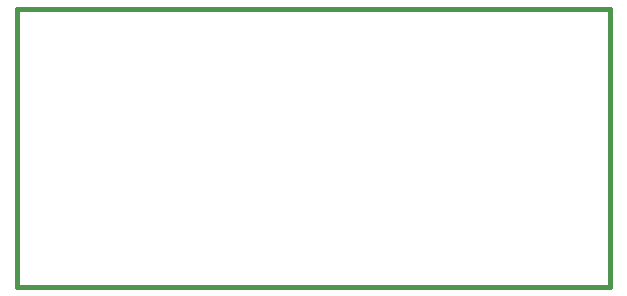
<source format=gbr>
G04 (created by PCBNEW (2013-07-07 BZR 4022)-stable) date 04/02/2014 9:51:19 AM*
%MOIN*%
G04 Gerber Fmt 3.4, Leading zero omitted, Abs format*
%FSLAX34Y34*%
G01*
G70*
G90*
G04 APERTURE LIST*
%ADD10C,0.00590551*%
%ADD11C,0.015*%
G04 APERTURE END LIST*
G54D10*
G54D11*
X13250Y-51500D02*
X13250Y-42250D01*
X33000Y-51500D02*
X13250Y-51500D01*
X33000Y-42250D02*
X33000Y-51500D01*
X13250Y-42250D02*
X33000Y-42250D01*
M02*

</source>
